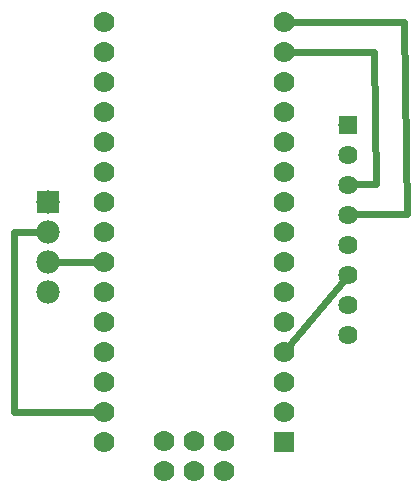
<source format=gbl>
G04 MADE WITH FRITZING*
G04 WWW.FRITZING.ORG*
G04 DOUBLE SIDED*
G04 HOLES PLATED*
G04 CONTOUR ON CENTER OF CONTOUR VECTOR*
%ASAXBY*%
%FSLAX23Y23*%
%MOIN*%
%OFA0B0*%
%SFA1.0B1.0*%
%ADD10C,0.064000*%
%ADD11C,0.070000*%
%ADD12C,0.078000*%
%ADD13R,0.064000X0.064000*%
%ADD14R,0.069958X0.070000*%
%ADD15R,0.077944X0.077986*%
%ADD16C,0.024000*%
%LNCOPPER0*%
G90*
G70*
G54D10*
X1222Y1211D03*
X1222Y1111D03*
X1222Y1011D03*
X1222Y911D03*
X1222Y811D03*
X1222Y711D03*
X1222Y611D03*
X1222Y511D03*
G54D11*
X1007Y153D03*
X1007Y253D03*
X1007Y353D03*
X1007Y453D03*
X1007Y553D03*
X1007Y653D03*
X1007Y753D03*
X1007Y853D03*
X1007Y953D03*
X1007Y1053D03*
X1007Y1153D03*
X1007Y1253D03*
X1007Y1353D03*
X1007Y1453D03*
X1007Y1553D03*
X407Y153D03*
X407Y253D03*
X407Y353D03*
X407Y453D03*
X407Y553D03*
X407Y653D03*
X407Y753D03*
X407Y853D03*
X407Y953D03*
X407Y1053D03*
X407Y1153D03*
X407Y1253D03*
X407Y1353D03*
X407Y1453D03*
X407Y1553D03*
X807Y57D03*
X807Y157D03*
X707Y57D03*
X707Y157D03*
X606Y57D03*
X606Y157D03*
G54D12*
X220Y952D03*
X220Y852D03*
X220Y752D03*
X220Y652D03*
G54D13*
X1222Y1211D03*
G54D14*
X1007Y153D03*
G54D15*
X220Y952D03*
G54D16*
X106Y852D02*
X201Y852D01*
D02*
X108Y253D02*
X106Y852D01*
D02*
X389Y253D02*
X108Y253D01*
D02*
X389Y753D02*
X239Y752D01*
D02*
X1407Y1552D02*
X1417Y914D01*
D02*
X1417Y914D02*
X1242Y912D01*
D02*
X1025Y1553D02*
X1407Y1552D01*
D02*
X1306Y1454D02*
X1314Y1012D01*
D02*
X1314Y1012D02*
X1242Y1012D01*
D02*
X1025Y1453D02*
X1306Y1454D01*
D02*
X1210Y696D02*
X1018Y467D01*
G04 End of Copper0*
M02*
</source>
